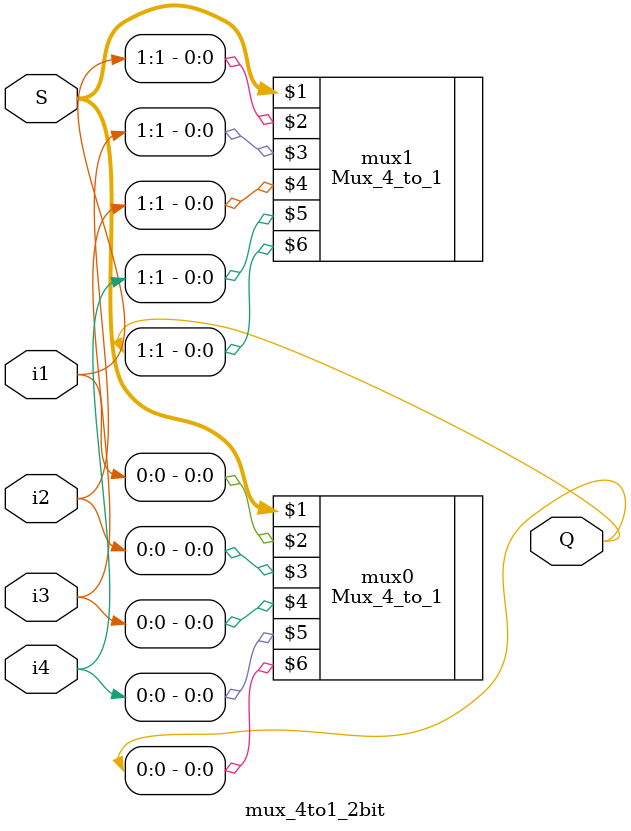
<source format=v>
module mux_4to1_2bit(S, i1, i2, i3, i4, Q);

input[1:0] i1, i2, i3, i4;
input[1:0] S;
output[1:0] Q;

	Mux_4_to_1 mux0(S, i1[0], i2[0], i3[0], i4[0], Q[0]);
	Mux_4_to_1 mux1(S, i1[1], i2[1], i3[1], i4[1], Q[1]);


endmodule
</source>
